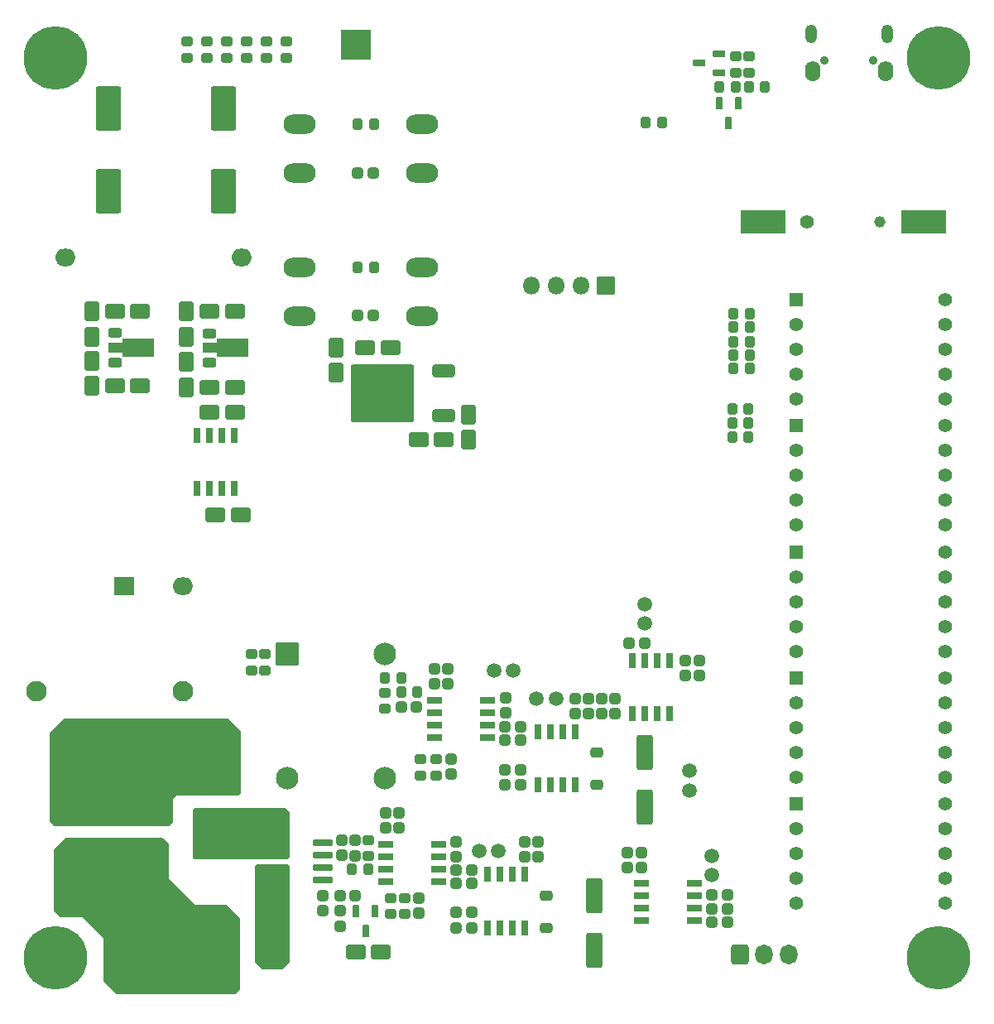
<source format=gbr>
%TF.GenerationSoftware,KiCad,Pcbnew,8.0.5*%
%TF.CreationDate,2024-11-25T17:26:57+07:00*%
%TF.ProjectId,MEASURE_POWER_AC,4d454153-5552-4455-9f50-4f5745525f41,rev?*%
%TF.SameCoordinates,Original*%
%TF.FileFunction,Soldermask,Bot*%
%TF.FilePolarity,Negative*%
%FSLAX46Y46*%
G04 Gerber Fmt 4.6, Leading zero omitted, Abs format (unit mm)*
G04 Created by KiCad (PCBNEW 8.0.5) date 2024-11-25 17:26:57*
%MOMM*%
%LPD*%
G01*
G04 APERTURE LIST*
G04 Aperture macros list*
%AMRoundRect*
0 Rectangle with rounded corners*
0 $1 Rounding radius*
0 $2 $3 $4 $5 $6 $7 $8 $9 X,Y pos of 4 corners*
0 Add a 4 corners polygon primitive as box body*
4,1,4,$2,$3,$4,$5,$6,$7,$8,$9,$2,$3,0*
0 Add four circle primitives for the rounded corners*
1,1,$1+$1,$2,$3*
1,1,$1+$1,$4,$5*
1,1,$1+$1,$6,$7*
1,1,$1+$1,$8,$9*
0 Add four rect primitives between the rounded corners*
20,1,$1+$1,$2,$3,$4,$5,0*
20,1,$1+$1,$4,$5,$6,$7,0*
20,1,$1+$1,$6,$7,$8,$9,0*
20,1,$1+$1,$8,$9,$2,$3,0*%
%AMFreePoly0*
4,1,21,3.898421,0.902421,3.913300,0.866500,3.913300,-0.866500,3.898421,-0.902421,3.862500,-0.917300,0.737500,-0.917300,0.701579,-0.902421,0.686700,-0.866500,0.686700,-0.500800,-0.737500,-0.500800,-0.773421,-0.485921,-0.788300,-0.450000,-0.788300,0.450000,-0.773421,0.485921,-0.737500,0.500800,0.686700,0.500800,0.686700,0.866500,0.701579,0.902421,0.737500,0.917300,3.862500,0.917300,
3.898421,0.902421,3.898421,0.902421,$1*%
G04 Aperture macros list end*
%ADD10C,1.501600*%
%ADD11RoundRect,0.050800X-0.660400X0.660400X-0.660400X-0.660400X0.660400X-0.660400X0.660400X0.660400X0*%
%ADD12C,1.422400*%
%ADD13C,2.101600*%
%ADD14O,1.854000X3.504000*%
%ADD15RoundRect,0.050800X1.000000X-0.850000X1.000000X0.850000X-1.000000X0.850000X-1.000000X-0.850000X0*%
%ADD16O,2.101600X1.801600*%
%ADD17C,0.901600*%
%ADD18C,6.501600*%
%ADD19O,3.301600X2.001600*%
%ADD20RoundRect,0.050800X-1.300000X1.300000X-1.300000X-1.300000X1.300000X-1.300000X1.300000X1.300000X0*%
%ADD21C,2.701600*%
%ADD22RoundRect,0.264941X-0.635859X-0.760859X0.635859X-0.760859X0.635859X0.760859X-0.635859X0.760859X0*%
%ADD23O,1.801600X2.051600*%
%ADD24RoundRect,0.050800X1.500000X1.500000X-1.500000X1.500000X-1.500000X-1.500000X1.500000X-1.500000X0*%
%ADD25O,0.901600X0.901600*%
%ADD26O,1.251600X1.901600*%
%ADD27O,1.551600X2.101600*%
%ADD28RoundRect,0.050800X-1.100000X-1.100000X1.100000X-1.100000X1.100000X1.100000X-1.100000X1.100000X0*%
%ADD29C,2.301600*%
%ADD30RoundRect,0.050800X-0.850000X0.850000X-0.850000X-0.850000X0.850000X-0.850000X0.850000X0.850000X0*%
%ADD31O,1.801600X1.801600*%
%ADD32RoundRect,0.050800X-1.300000X-1.300000X1.300000X-1.300000X1.300000X1.300000X-1.300000X1.300000X0*%
%ADD33RoundRect,0.276000X0.301000X-0.276000X0.301000X0.276000X-0.301000X0.276000X-0.301000X-0.276000X0*%
%ADD34RoundRect,0.251000X-0.326000X0.251000X-0.326000X-0.251000X0.326000X-0.251000X0.326000X0.251000X0*%
%ADD35RoundRect,0.276000X0.276000X0.301000X-0.276000X0.301000X-0.276000X-0.301000X0.276000X-0.301000X0*%
%ADD36RoundRect,0.050800X-0.266700X-0.584200X0.266700X-0.584200X0.266700X0.584200X-0.266700X0.584200X0*%
%ADD37RoundRect,0.259080X-0.747920X-0.502920X0.747920X-0.502920X0.747920X0.502920X-0.747920X0.502920X0*%
%ADD38RoundRect,0.259080X-0.502920X0.747920X-0.502920X-0.747920X0.502920X-0.747920X0.502920X0.747920X0*%
%ADD39RoundRect,0.260160X1.040640X-1.990640X1.040640X1.990640X-1.040640X1.990640X-1.040640X-1.990640X0*%
%ADD40RoundRect,0.251000X-0.251000X-0.326000X0.251000X-0.326000X0.251000X0.326000X-0.251000X0.326000X0*%
%ADD41RoundRect,0.276000X-0.301000X0.276000X-0.301000X-0.276000X0.301000X-0.276000X0.301000X0.276000X0*%
%ADD42RoundRect,0.050800X-0.730250X-0.266700X0.730250X-0.266700X0.730250X0.266700X-0.730250X0.266700X0*%
%ADD43RoundRect,0.276000X-0.276000X-0.301000X0.276000X-0.301000X0.276000X0.301000X-0.276000X0.301000X0*%
%ADD44RoundRect,0.251000X0.326000X-0.251000X0.326000X0.251000X-0.326000X0.251000X-0.326000X-0.251000X0*%
%ADD45RoundRect,0.050800X-0.266700X0.730250X-0.266700X-0.730250X0.266700X-0.730250X0.266700X0.730250X0*%
%ADD46RoundRect,0.251000X0.251000X0.326000X-0.251000X0.326000X-0.251000X-0.326000X0.251000X-0.326000X0*%
%ADD47RoundRect,0.250400X-0.450400X-0.250400X0.450400X-0.250400X0.450400X0.250400X-0.450400X0.250400X0*%
%ADD48FreePoly0,0.000000*%
%ADD49RoundRect,0.259080X0.747920X0.502920X-0.747920X0.502920X-0.747920X-0.502920X0.747920X-0.502920X0*%
%ADD50RoundRect,0.259080X0.502920X-0.747920X0.502920X0.747920X-0.502920X0.747920X-0.502920X-0.747920X0*%
%ADD51RoundRect,0.250400X0.400400X-0.250400X0.400400X0.250400X-0.400400X0.250400X-0.400400X-0.250400X0*%
%ADD52RoundRect,0.050800X0.266700X-0.730250X0.266700X0.730250X-0.266700X0.730250X-0.266700X-0.730250X0*%
%ADD53RoundRect,0.271166X0.879634X0.379634X-0.879634X0.379634X-0.879634X-0.379634X0.879634X-0.379634X0*%
%ADD54RoundRect,0.254377X2.996423X2.696423X-2.996423X2.696423X-2.996423X-2.696423X2.996423X-2.696423X0*%
%ADD55C,1.401600*%
%ADD56C,1.151600*%
%ADD57RoundRect,0.050800X2.250000X-1.150000X2.250000X1.150000X-2.250000X1.150000X-2.250000X-1.150000X0*%
%ADD58RoundRect,0.050800X-2.000000X2.250000X-2.000000X-2.250000X2.000000X-2.250000X2.000000X2.250000X0*%
%ADD59RoundRect,0.265875X-0.584925X1.534925X-0.584925X-1.534925X0.584925X-1.534925X0.584925X1.534925X0*%
%ADD60RoundRect,0.175400X-0.850400X-0.175400X0.850400X-0.175400X0.850400X0.175400X-0.850400X0.175400X0*%
%ADD61RoundRect,0.050800X-0.584200X0.266700X-0.584200X-0.266700X0.584200X-0.266700X0.584200X0.266700X0*%
G04 APERTURE END LIST*
D10*
%TO.C,TP3*%
X251472400Y-112633000D03*
X251472400Y-110633000D03*
%TD*%
%TO.C,TP2*%
X235492800Y-94538800D03*
X233492800Y-94538800D03*
%TD*%
D11*
%TO.C,D15*%
X260096400Y-53771000D03*
D12*
X260096400Y-56311000D03*
X260096400Y-58851000D03*
X260096400Y-61391000D03*
X260096400Y-63931000D03*
X275336400Y-63931000D03*
X275336400Y-61391000D03*
X275336400Y-58851000D03*
X275336400Y-56311000D03*
X275336400Y-53771000D03*
%TD*%
D11*
%TO.C,D17*%
X260096400Y-79539300D03*
D12*
X260096400Y-82079300D03*
X260096400Y-84619300D03*
X260096400Y-87159300D03*
X260096400Y-89699300D03*
X275336400Y-89699300D03*
X275336400Y-87159300D03*
X275336400Y-84619300D03*
X275336400Y-82079300D03*
X275336400Y-79539300D03*
%TD*%
D10*
%TO.C,TP6*%
X249199400Y-103920800D03*
X249199400Y-101920800D03*
%TD*%
%TO.C,TP4*%
X244551200Y-86877400D03*
X244551200Y-84877400D03*
%TD*%
D13*
%TO.C,C74*%
X197354200Y-93798700D03*
X182354400Y-93798700D03*
%TD*%
D11*
%TO.C,D16*%
X260096400Y-66655150D03*
D12*
X260096400Y-69195150D03*
X260096400Y-71735150D03*
X260096400Y-74275150D03*
X260096400Y-76815150D03*
X275336400Y-76815150D03*
X275336400Y-74275150D03*
X275336400Y-71735150D03*
X275336400Y-69195150D03*
X275336400Y-66655150D03*
%TD*%
D14*
%TO.C,RV1*%
X194691000Y-110678600D03*
X194691000Y-105678600D03*
%TD*%
D15*
%TO.C,PS1*%
X191354200Y-83032600D03*
D16*
X197354200Y-83032600D03*
X185354200Y-49432600D03*
X203354200Y-49432600D03*
%TD*%
D10*
%TO.C,TP1*%
X227625400Y-110109000D03*
X229625400Y-110109000D03*
%TD*%
D17*
%TO.C,H4*%
X272224800Y-29057600D03*
X272927744Y-27360544D03*
X272927744Y-30754656D03*
X274624800Y-26657600D03*
D18*
X274624800Y-29057600D03*
D17*
X274624800Y-31457600D03*
X276321856Y-27360544D03*
X276321856Y-30754656D03*
X277024800Y-29057600D03*
%TD*%
%TO.C,H1*%
X272224800Y-121056400D03*
X272927744Y-119359344D03*
X272927744Y-122753456D03*
X274624800Y-118656400D03*
D18*
X274624800Y-121056400D03*
D17*
X274624800Y-123456400D03*
X276321856Y-119359344D03*
X276321856Y-122753456D03*
X277024800Y-121056400D03*
%TD*%
D19*
%TO.C,SW4*%
X209295400Y-35776400D03*
X221795400Y-35776400D03*
X209295400Y-40776400D03*
X221795400Y-40776400D03*
%TD*%
D11*
%TO.C,D19*%
X260096400Y-105307600D03*
D12*
X260096400Y-107847600D03*
X260096400Y-110387600D03*
X260096400Y-112927600D03*
X260096400Y-115467600D03*
X275336400Y-115467600D03*
X275336400Y-112927600D03*
X275336400Y-110387600D03*
X275336400Y-107847600D03*
X275336400Y-105307600D03*
%TD*%
D19*
%TO.C,SW5*%
X209270000Y-50459000D03*
X221770000Y-50459000D03*
X209270000Y-55459000D03*
X221770000Y-55459000D03*
%TD*%
D20*
%TO.C,J2*%
X185724600Y-105811400D03*
D21*
X185724600Y-110891400D03*
%TD*%
D17*
%TO.C,H2*%
X181902400Y-121056400D03*
X182605344Y-119359344D03*
X182605344Y-122753456D03*
X184302400Y-118656400D03*
D18*
X184302400Y-121056400D03*
D17*
X184302400Y-123456400D03*
X185999456Y-119359344D03*
X185999456Y-122753456D03*
X186702400Y-121056400D03*
%TD*%
%TO.C,H3*%
X181902400Y-29057600D03*
X182605344Y-27360544D03*
X182605344Y-30754656D03*
X184302400Y-26657600D03*
D18*
X184302400Y-29057600D03*
D17*
X184302400Y-31457600D03*
X185999456Y-27360544D03*
X185999456Y-30754656D03*
X186702400Y-29057600D03*
%TD*%
D22*
%TO.C,J3*%
X254294000Y-120726200D03*
D23*
X256794000Y-120726200D03*
X259294000Y-120726200D03*
%TD*%
D24*
%TO.C,TP9*%
X215011000Y-27711400D03*
%TD*%
D11*
%TO.C,D18*%
X260096400Y-92423450D03*
D12*
X260096400Y-94963450D03*
X260096400Y-97503450D03*
X260096400Y-100043450D03*
X260096400Y-102583450D03*
X275336400Y-102583450D03*
X275336400Y-100043450D03*
X275336400Y-97503450D03*
X275336400Y-94963450D03*
X275336400Y-92423450D03*
%TD*%
D10*
%TO.C,TP5*%
X229149400Y-91694000D03*
X231149400Y-91694000D03*
%TD*%
D25*
%TO.C,J5*%
X267980800Y-29298800D03*
X262980800Y-29298800D03*
D26*
X269355800Y-26548800D03*
D27*
X269205800Y-30348800D03*
X261755800Y-30348800D03*
D26*
X261605800Y-26548800D03*
%TD*%
D28*
%TO.C,TR1*%
X208033600Y-89992200D03*
D29*
X208033600Y-102692200D03*
X218033600Y-102692200D03*
X218033600Y-89992200D03*
%TD*%
D30*
%TO.C,J1*%
X240642201Y-52273200D03*
D31*
X238102201Y-52273200D03*
X235562201Y-52273200D03*
X233022201Y-52273200D03*
%TD*%
D32*
%TO.C,J4*%
X201396600Y-120446800D03*
D21*
X206476600Y-120446800D03*
%TD*%
D33*
%TO.C,C25*%
X211618600Y-116268800D03*
X211618600Y-114718800D03*
%TD*%
D34*
%TO.C,R68*%
X207941280Y-27344000D03*
X207941280Y-28994000D03*
%TD*%
D35*
%TO.C,C26*%
X214973200Y-114718800D03*
X213423200Y-114718800D03*
%TD*%
D36*
%TO.C,Q9*%
X252213600Y-33655000D03*
X254113602Y-33655000D03*
X253163601Y-35687000D03*
%TD*%
D37*
%TO.C,C89*%
X190378800Y-62582400D03*
X192978800Y-62582400D03*
%TD*%
D38*
%TO.C,C83*%
X212995300Y-58639500D03*
X212995300Y-61239500D03*
%TD*%
D39*
%TO.C,C94*%
X189687200Y-42630200D03*
X189687200Y-34230200D03*
%TD*%
D33*
%TO.C,C32*%
X214934800Y-110630000D03*
X214934800Y-109080000D03*
%TD*%
D36*
%TO.C,U5*%
X215076999Y-116332000D03*
X216977001Y-116332000D03*
X216027000Y-118364000D03*
%TD*%
D40*
%TO.C,R23*%
X218040700Y-92444200D03*
X219690700Y-92444200D03*
%TD*%
D37*
%TO.C,C87*%
X190378800Y-54945150D03*
X192978800Y-54945150D03*
%TD*%
D41*
%TO.C,C40*%
X224764600Y-100748800D03*
X224764600Y-102298800D03*
%TD*%
D42*
%TO.C,U6*%
X223062800Y-98552000D03*
X223062800Y-97282000D03*
X223062800Y-96012000D03*
X223062800Y-94742000D03*
X228511100Y-94742000D03*
X228511100Y-96012000D03*
X228511100Y-97282000D03*
X228511100Y-98552000D03*
%TD*%
D43*
%TO.C,C42*%
X219690700Y-95427800D03*
X221240700Y-95427800D03*
%TD*%
D37*
%TO.C,C75*%
X200041200Y-62712600D03*
X202641200Y-62712600D03*
%TD*%
D44*
%TO.C,R24*%
X221679400Y-102398800D03*
X221679400Y-100748800D03*
%TD*%
D34*
%TO.C,R60*%
X253863600Y-28875802D03*
X253863600Y-30525802D03*
%TD*%
%TO.C,R63*%
X203841720Y-27344000D03*
X203841720Y-28994000D03*
%TD*%
D45*
%TO.C,U8*%
X228523800Y-112541050D03*
X229793800Y-112541050D03*
X231063800Y-112541050D03*
X232333800Y-112541050D03*
X232333800Y-117989350D03*
X231063800Y-117989350D03*
X229793800Y-117989350D03*
X228523800Y-117989350D03*
%TD*%
D34*
%TO.C,R64*%
X199771000Y-27344000D03*
X199771000Y-28994000D03*
%TD*%
D41*
%TO.C,C34*%
X225323400Y-109182200D03*
X225323400Y-110732200D03*
%TD*%
D40*
%TO.C,R26*%
X219690700Y-93892000D03*
X221340700Y-93892000D03*
%TD*%
D46*
%TO.C,R56*%
X246341000Y-35673400D03*
X244691000Y-35673400D03*
%TD*%
D39*
%TO.C,C95*%
X201472800Y-42630200D03*
X201472800Y-34230200D03*
%TD*%
D33*
%TO.C,C53*%
X237464600Y-96101200D03*
X237464600Y-94551200D03*
%TD*%
D37*
%TO.C,C85*%
X215980200Y-58639500D03*
X218580200Y-58639500D03*
%TD*%
D44*
%TO.C,R22*%
X218040700Y-95580200D03*
X218040700Y-93930200D03*
%TD*%
D41*
%TO.C,C33*%
X221488000Y-114947800D03*
X221488000Y-116497800D03*
%TD*%
D47*
%TO.C,U12*%
X200041200Y-60202600D03*
D48*
X200128700Y-58702600D03*
D47*
X200041200Y-57202600D03*
%TD*%
D49*
%TO.C,C35*%
X217615301Y-120460900D03*
X215015301Y-120460900D03*
%TD*%
D34*
%TO.C,R19*%
X220047000Y-114947800D03*
X220047000Y-116597800D03*
%TD*%
D50*
%TO.C,C79*%
X226581500Y-68091100D03*
X226581500Y-65491100D03*
%TD*%
D43*
%TO.C,C24*%
X215226400Y-55397400D03*
X216776400Y-55397400D03*
%TD*%
D33*
%TO.C,C31*%
X218084400Y-107810600D03*
X218084400Y-106260600D03*
%TD*%
D40*
%TO.C,R47*%
X253658000Y-58078000D03*
X255308000Y-58078000D03*
%TD*%
D34*
%TO.C,R59*%
X255235200Y-28875802D03*
X255235200Y-30525802D03*
%TD*%
D51*
%TO.C,D4*%
X239699800Y-103384350D03*
X239699800Y-100084350D03*
%TD*%
D33*
%TO.C,C30*%
X219456000Y-107810600D03*
X219456000Y-106260600D03*
%TD*%
D52*
%TO.C,U9*%
X247091200Y-96101200D03*
X245821200Y-96101200D03*
X244551200Y-96101200D03*
X243281200Y-96101200D03*
X243281200Y-90652900D03*
X244551200Y-90652900D03*
X245821200Y-90652900D03*
X247091200Y-90652900D03*
%TD*%
D44*
%TO.C,R17*%
X218606000Y-116597800D03*
X218606000Y-114947800D03*
%TD*%
D33*
%TO.C,C56*%
X225310400Y-117989350D03*
X225310400Y-116439350D03*
%TD*%
D40*
%TO.C,R50*%
X253531000Y-67806200D03*
X255181000Y-67806200D03*
%TD*%
D53*
%TO.C,U14*%
X224030200Y-61066600D03*
D54*
X217730200Y-63346600D03*
D53*
X224030200Y-65626600D03*
%TD*%
D40*
%TO.C,R16*%
X214644600Y-111976800D03*
X216294600Y-111976800D03*
%TD*%
D33*
%TO.C,C63*%
X232333800Y-110744000D03*
X232333800Y-109194000D03*
%TD*%
D55*
%TO.C,BT1*%
X261171600Y-45821600D03*
D56*
X268621600Y-45821600D03*
D57*
X256696600Y-45821600D03*
X273096600Y-45821600D03*
%TD*%
D33*
%TO.C,C61*%
X233705400Y-110744000D03*
X233705400Y-109194000D03*
%TD*%
%TO.C,C36*%
X213423200Y-117818800D03*
X213423200Y-116268800D03*
%TD*%
D37*
%TO.C,C91*%
X200077600Y-65238500D03*
X202677600Y-65238500D03*
%TD*%
D42*
%TO.C,U4*%
X218084400Y-113272200D03*
X218084400Y-112002200D03*
X218084400Y-110732200D03*
X218084400Y-109462200D03*
X223532700Y-109462200D03*
X223532700Y-110732200D03*
X223532700Y-112002200D03*
X223532700Y-113272200D03*
%TD*%
D34*
%TO.C,R67*%
X197730480Y-27344000D03*
X197730480Y-28994000D03*
%TD*%
D40*
%TO.C,R44*%
X253658000Y-59424200D03*
X255308000Y-59424200D03*
%TD*%
D50*
%TO.C,C90*%
X188024900Y-62582400D03*
X188024900Y-59982400D03*
%TD*%
D37*
%TO.C,C96*%
X200661800Y-75754100D03*
X203261800Y-75754100D03*
%TD*%
D33*
%TO.C,C41*%
X223062800Y-93027800D03*
X223062800Y-91477800D03*
%TD*%
D46*
%TO.C,R14*%
X216876400Y-35776400D03*
X215226400Y-35776400D03*
%TD*%
D45*
%TO.C,U16*%
X198755000Y-67633850D03*
X200025000Y-67633850D03*
X201295000Y-67633850D03*
X202565000Y-67633850D03*
X202565000Y-73082150D03*
X201295000Y-73082150D03*
X200025000Y-73082150D03*
X198755000Y-73082150D03*
%TD*%
D35*
%TO.C,C37*%
X231864200Y-98780600D03*
X230314200Y-98780600D03*
%TD*%
%TO.C,C28*%
X226860400Y-113461800D03*
X225310400Y-113461800D03*
%TD*%
D33*
%TO.C,C62*%
X244221000Y-111823800D03*
X244221000Y-110273800D03*
%TD*%
%TO.C,C49*%
X240207800Y-96101200D03*
X240207800Y-94551200D03*
%TD*%
D58*
%TO.C,F1*%
X201066400Y-101941600D03*
X201066400Y-108641600D03*
%TD*%
D35*
%TO.C,C29*%
X226860400Y-112090200D03*
X225310400Y-112090200D03*
%TD*%
%TO.C,C57*%
X253022400Y-116052600D03*
X251472400Y-116052600D03*
%TD*%
D46*
%TO.C,R62*%
X253863600Y-32015800D03*
X252213600Y-32015800D03*
%TD*%
D45*
%TO.C,U7*%
X233654600Y-97936050D03*
X234924600Y-97936050D03*
X236194600Y-97936050D03*
X237464600Y-97936050D03*
X237464600Y-103384350D03*
X236194600Y-103384350D03*
X234924600Y-103384350D03*
X233654600Y-103384350D03*
%TD*%
D44*
%TO.C,R21*%
X205753600Y-91653100D03*
X205753600Y-90003100D03*
%TD*%
D59*
%TO.C,C50*%
X244551200Y-100084350D03*
X244551200Y-105684350D03*
%TD*%
D40*
%TO.C,R46*%
X253531000Y-66358400D03*
X255181000Y-66358400D03*
%TD*%
D33*
%TO.C,C60*%
X242824000Y-111823800D03*
X242824000Y-110273800D03*
%TD*%
%TO.C,C46*%
X230314200Y-103384350D03*
X230314200Y-101834350D03*
%TD*%
D44*
%TO.C,R18*%
X216294600Y-110679600D03*
X216294600Y-109029600D03*
%TD*%
D38*
%TO.C,C84*%
X188024900Y-54945150D03*
X188024900Y-57545150D03*
%TD*%
D33*
%TO.C,C48*%
X241579400Y-96101200D03*
X241579400Y-94551200D03*
%TD*%
D43*
%TO.C,C54*%
X243001200Y-88849200D03*
X244551200Y-88849200D03*
%TD*%
D34*
%TO.C,R66*%
X201804640Y-27344000D03*
X201804640Y-28994000D03*
%TD*%
D49*
%TO.C,C81*%
X224030200Y-68091100D03*
X221430200Y-68091100D03*
%TD*%
D41*
%TO.C,C27*%
X213563200Y-109054600D03*
X213563200Y-110604600D03*
%TD*%
D37*
%TO.C,C73*%
X200041200Y-54973750D03*
X202641200Y-54973750D03*
%TD*%
D33*
%TO.C,C52*%
X238836200Y-96101200D03*
X238836200Y-94551200D03*
%TD*%
D43*
%TO.C,C23*%
X215226400Y-40792400D03*
X216776400Y-40792400D03*
%TD*%
D40*
%TO.C,R49*%
X253658000Y-60821200D03*
X255308000Y-60821200D03*
%TD*%
D33*
%TO.C,C39*%
X224434400Y-93027800D03*
X224434400Y-91477800D03*
%TD*%
D34*
%TO.C,R25*%
X223222000Y-100748800D03*
X223222000Y-102398800D03*
%TD*%
D40*
%TO.C,R45*%
X253658000Y-56579400D03*
X255308000Y-56579400D03*
%TD*%
D34*
%TO.C,R65*%
X205878800Y-27344000D03*
X205878800Y-28994000D03*
%TD*%
D60*
%TO.C,U3*%
X206668600Y-113131600D03*
X206668600Y-111861600D03*
X206668600Y-110591600D03*
X206668600Y-109321600D03*
X211618600Y-109321600D03*
X211618600Y-110591600D03*
X211618600Y-111861600D03*
X211618600Y-113131600D03*
%TD*%
D59*
%TO.C,C51*%
X239420400Y-114689350D03*
X239420400Y-120289350D03*
%TD*%
D38*
%TO.C,C71*%
X197687300Y-54973750D03*
X197687300Y-57573750D03*
%TD*%
D35*
%TO.C,C38*%
X231864200Y-97409000D03*
X230314200Y-97409000D03*
%TD*%
D41*
%TO.C,C43*%
X230327200Y-94462000D03*
X230327200Y-96012000D03*
%TD*%
D40*
%TO.C,R43*%
X253658000Y-55157000D03*
X255308000Y-55157000D03*
%TD*%
%TO.C,R61*%
X255235200Y-31992200D03*
X256885200Y-31992200D03*
%TD*%
D41*
%TO.C,C44*%
X250190000Y-90652900D03*
X250190000Y-92202900D03*
%TD*%
D35*
%TO.C,C55*%
X253022400Y-114655600D03*
X251472400Y-114655600D03*
%TD*%
D41*
%TO.C,C45*%
X248767600Y-90652900D03*
X248767600Y-92202900D03*
%TD*%
D50*
%TO.C,C76*%
X197687300Y-62712600D03*
X197687300Y-60112600D03*
%TD*%
D33*
%TO.C,C47*%
X231864200Y-103384350D03*
X231864200Y-101834350D03*
%TD*%
D35*
%TO.C,C59*%
X253022400Y-117424200D03*
X251472400Y-117424200D03*
%TD*%
D47*
%TO.C,U15*%
X190378800Y-60174000D03*
D48*
X190466300Y-58674000D03*
D47*
X190378800Y-57174000D03*
%TD*%
D51*
%TO.C,D5*%
X234543600Y-117989350D03*
X234543600Y-114689350D03*
%TD*%
D34*
%TO.C,R20*%
X204405600Y-90003100D03*
X204405600Y-91653100D03*
%TD*%
D40*
%TO.C,R48*%
X253531000Y-64936000D03*
X255181000Y-64936000D03*
%TD*%
D42*
%TO.C,U10*%
X244214650Y-117246400D03*
X244214650Y-115976400D03*
X244214650Y-114706400D03*
X244214650Y-113436400D03*
X249662950Y-113436400D03*
X249662950Y-114706400D03*
X249662950Y-115976400D03*
X249662950Y-117246400D03*
%TD*%
D61*
%TO.C,Q8*%
X252196600Y-28625800D03*
X252196600Y-30525802D03*
X250164600Y-29575801D03*
%TD*%
D46*
%TO.C,R15*%
X216876400Y-50459000D03*
X215226400Y-50459000D03*
%TD*%
D33*
%TO.C,C58*%
X226860400Y-117989350D03*
X226860400Y-116439350D03*
%TD*%
G36*
X220642834Y-60403133D02*
G01*
X220746236Y-60423701D01*
X220782500Y-60438722D01*
X220861761Y-60491682D01*
X220889517Y-60519438D01*
X220942477Y-60598699D01*
X220957498Y-60634962D01*
X220978067Y-60738365D01*
X220980000Y-60757992D01*
X220980000Y-65937207D01*
X220978067Y-65956834D01*
X220957498Y-66060237D01*
X220942477Y-66096500D01*
X220889517Y-66175761D01*
X220861761Y-66203517D01*
X220782500Y-66256477D01*
X220746237Y-66271498D01*
X220642835Y-66292067D01*
X220623208Y-66294000D01*
X214816432Y-66294000D01*
X214796806Y-66292067D01*
X214709997Y-66274800D01*
X214673733Y-66259779D01*
X214608538Y-66216217D01*
X214580782Y-66188461D01*
X214537220Y-66123266D01*
X214522199Y-66087001D01*
X214504933Y-66000193D01*
X214503000Y-65980568D01*
X214503000Y-60714631D01*
X214504933Y-60695006D01*
X214522199Y-60608198D01*
X214537220Y-60571933D01*
X214580782Y-60506738D01*
X214608538Y-60478982D01*
X214673733Y-60435420D01*
X214709998Y-60420399D01*
X214796807Y-60403133D01*
X214816432Y-60401200D01*
X220623208Y-60401200D01*
X220642834Y-60403133D01*
G37*
G36*
X207865661Y-105734013D02*
G01*
X207877665Y-105744265D01*
X208275935Y-106142535D01*
X208304161Y-106197933D01*
X208305400Y-106213670D01*
X208305400Y-110702330D01*
X208286187Y-110761461D01*
X208275935Y-110773465D01*
X208131665Y-110917735D01*
X208076267Y-110945961D01*
X208060530Y-110947200D01*
X198542670Y-110947200D01*
X198483539Y-110927987D01*
X198471535Y-110917735D01*
X198352665Y-110798865D01*
X198324439Y-110743467D01*
X198323200Y-110727730D01*
X198323200Y-105959670D01*
X198342413Y-105900539D01*
X198352665Y-105888535D01*
X198496935Y-105744265D01*
X198552333Y-105716039D01*
X198568070Y-105714800D01*
X207806530Y-105714800D01*
X207865661Y-105734013D01*
G37*
G36*
X208094261Y-111499813D02*
G01*
X208106265Y-111510065D01*
X208275935Y-111679735D01*
X208304161Y-111735133D01*
X208305400Y-111750870D01*
X208305400Y-121446530D01*
X208286187Y-121505661D01*
X208275935Y-121517665D01*
X207598265Y-122195335D01*
X207542867Y-122223561D01*
X207527130Y-122224800D01*
X205451470Y-122224800D01*
X205392339Y-122205587D01*
X205380335Y-122195335D01*
X204728065Y-121543065D01*
X204699839Y-121487667D01*
X204698600Y-121471930D01*
X204698600Y-111700070D01*
X204717813Y-111640939D01*
X204728065Y-111628935D01*
X204846935Y-111510065D01*
X204902333Y-111481839D01*
X204918070Y-111480600D01*
X208035130Y-111480600D01*
X208094261Y-111499813D01*
G37*
G36*
X202023661Y-96615413D02*
G01*
X202035665Y-96625665D01*
X203272135Y-97862135D01*
X203300361Y-97917533D01*
X203301600Y-97933270D01*
X203301600Y-104174530D01*
X203282387Y-104233661D01*
X203272135Y-104245665D01*
X203102465Y-104415335D01*
X203047067Y-104443561D01*
X203031330Y-104444800D01*
X196697600Y-104444800D01*
X196342000Y-104800400D01*
X196342000Y-107095530D01*
X196322787Y-107154661D01*
X196312535Y-107166665D01*
X195888865Y-107590335D01*
X195833467Y-107618561D01*
X195817730Y-107619800D01*
X184318670Y-107619800D01*
X184259539Y-107600587D01*
X184247535Y-107590335D01*
X183747665Y-107090465D01*
X183719439Y-107035067D01*
X183718200Y-107019330D01*
X183718200Y-98085670D01*
X183737413Y-98026539D01*
X183747665Y-98014535D01*
X185136535Y-96625665D01*
X185191933Y-96597439D01*
X185207670Y-96596200D01*
X201964530Y-96596200D01*
X202023661Y-96615413D01*
G37*
G36*
X195292661Y-108832813D02*
G01*
X195304665Y-108843065D01*
X195880735Y-109419135D01*
X195908961Y-109474533D01*
X195910200Y-109490270D01*
X195910200Y-112928400D01*
X198628000Y-115646200D01*
X201786730Y-115646200D01*
X201845861Y-115665413D01*
X201857865Y-115675665D01*
X203119735Y-116937535D01*
X203147961Y-116992933D01*
X203149200Y-117008670D01*
X203149200Y-124265930D01*
X203129987Y-124325061D01*
X203119735Y-124337065D01*
X202696065Y-124760735D01*
X202640667Y-124788961D01*
X202624930Y-124790200D01*
X190668670Y-124790200D01*
X190609539Y-124770987D01*
X190597535Y-124760735D01*
X189234065Y-123397265D01*
X189205839Y-123341867D01*
X189204600Y-123326130D01*
X189204600Y-118999000D01*
X187121800Y-116916200D01*
X184801270Y-116916200D01*
X184742139Y-116896987D01*
X184730135Y-116886735D01*
X184204865Y-116361465D01*
X184176639Y-116306067D01*
X184175400Y-116290330D01*
X184175400Y-109998270D01*
X184194613Y-109939139D01*
X184204865Y-109927135D01*
X185288935Y-108843065D01*
X185344333Y-108814839D01*
X185360070Y-108813600D01*
X195233530Y-108813600D01*
X195292661Y-108832813D01*
G37*
M02*

</source>
